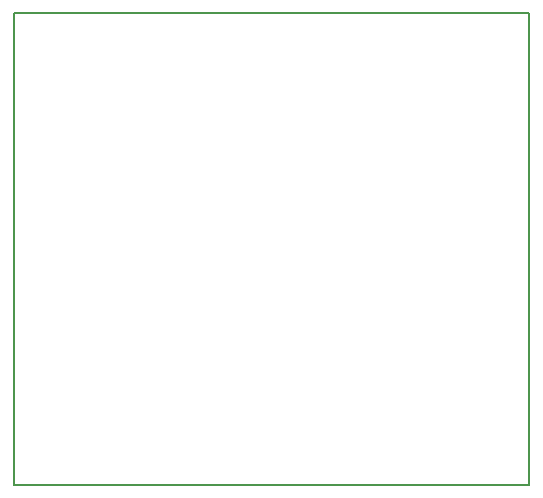
<source format=gbr>
G04 #@! TF.GenerationSoftware,KiCad,Pcbnew,5.0.1*
G04 #@! TF.CreationDate,2019-02-24T23:34:49+01:00*
G04 #@! TF.ProjectId,kroneum,6B726F6E65756D2E6B696361645F7063,rev?*
G04 #@! TF.SameCoordinates,PX9d5b340PY7ed6b40*
G04 #@! TF.FileFunction,Profile,NP*
%FSLAX46Y46*%
G04 Gerber Fmt 4.6, Leading zero omitted, Abs format (unit mm)*
G04 Created by KiCad (PCBNEW 5.0.1) date Sun 24 Feb 2019 11:34:49 PM CET*
%MOMM*%
%LPD*%
G01*
G04 APERTURE LIST*
%ADD10C,0.150000*%
G04 APERTURE END LIST*
D10*
X0Y0D02*
X-43650000Y0D01*
X0Y40000000D02*
X0Y0D01*
X-43650000Y40000000D02*
X0Y40000000D01*
X-43650000Y0D02*
X-43650000Y40000000D01*
M02*

</source>
